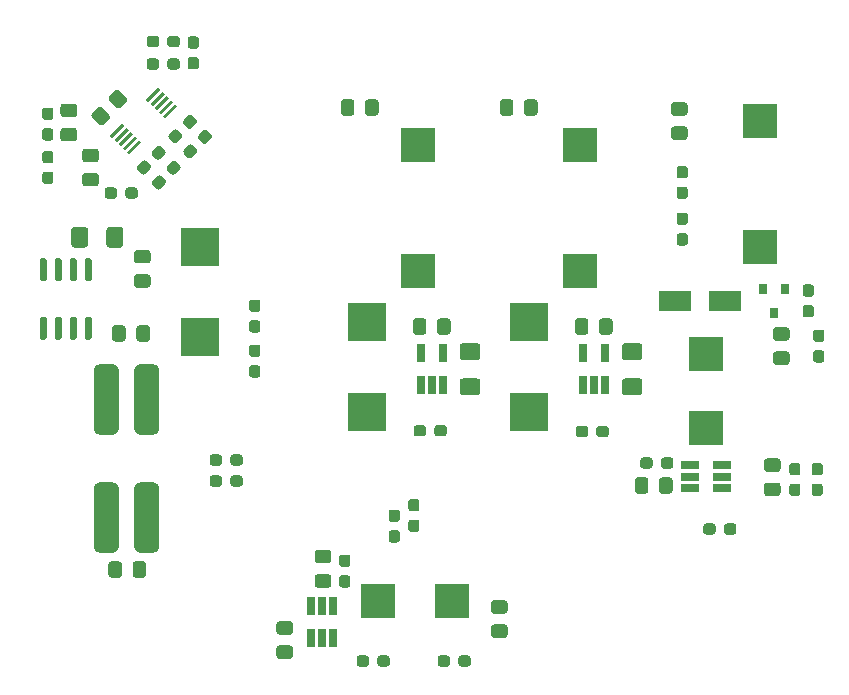
<source format=gbr>
%TF.GenerationSoftware,KiCad,Pcbnew,(5.1.6)-1*%
%TF.CreationDate,2020-11-03T02:47:29-08:00*%
%TF.ProjectId,Power Board V2,506f7765-7220-4426-9f61-72642056322e,rev?*%
%TF.SameCoordinates,Original*%
%TF.FileFunction,Paste,Top*%
%TF.FilePolarity,Positive*%
%FSLAX46Y46*%
G04 Gerber Fmt 4.6, Leading zero omitted, Abs format (unit mm)*
G04 Created by KiCad (PCBNEW (5.1.6)-1) date 2020-11-03 02:47:29*
%MOMM*%
%LPD*%
G01*
G04 APERTURE LIST*
%ADD10C,0.100000*%
%ADD11R,3.000000X3.000000*%
%ADD12R,3.300000X3.300000*%
%ADD13R,0.800000X0.900000*%
%ADD14R,1.560000X0.650000*%
%ADD15R,0.650000X1.560000*%
%ADD16R,2.700000X1.800000*%
G04 APERTURE END LIST*
%TO.C,R2*%
G36*
G01*
X110432001Y-85021000D02*
X109531999Y-85021000D01*
G75*
G02*
X109282000Y-84771001I0J249999D01*
G01*
X109282000Y-84120999D01*
G75*
G02*
X109531999Y-83871000I249999J0D01*
G01*
X110432001Y-83871000D01*
G75*
G02*
X110682000Y-84120999I0J-249999D01*
G01*
X110682000Y-84771001D01*
G75*
G02*
X110432001Y-85021000I-249999J0D01*
G01*
G37*
G36*
G01*
X110432001Y-87071000D02*
X109531999Y-87071000D01*
G75*
G02*
X109282000Y-86821001I0J249999D01*
G01*
X109282000Y-86170999D01*
G75*
G02*
X109531999Y-85921000I249999J0D01*
G01*
X110432001Y-85921000D01*
G75*
G02*
X110682000Y-86170999I0J-249999D01*
G01*
X110682000Y-86821001D01*
G75*
G02*
X110432001Y-87071000I-249999J0D01*
G01*
G37*
%TD*%
D10*
%TO.C,IC1*%
G36*
X118980115Y-83912109D02*
G01*
X119178104Y-84110098D01*
X118138657Y-85149545D01*
X117940668Y-84951556D01*
X118980115Y-83912109D01*
G37*
G36*
X118626562Y-83558556D02*
G01*
X118824551Y-83756545D01*
X117785104Y-84795992D01*
X117587115Y-84598003D01*
X118626562Y-83558556D01*
G37*
G36*
X118273009Y-83205002D02*
G01*
X118470998Y-83402991D01*
X117431551Y-84442438D01*
X117233562Y-84244449D01*
X118273009Y-83205002D01*
G37*
G36*
X117919455Y-82851449D02*
G01*
X118117444Y-83049438D01*
X117077997Y-84088885D01*
X116880008Y-83890896D01*
X117919455Y-82851449D01*
G37*
G36*
X117565902Y-82497896D02*
G01*
X117763891Y-82695885D01*
X116724444Y-83735332D01*
X116526455Y-83537343D01*
X117565902Y-82497896D01*
G37*
G36*
X114525343Y-85538455D02*
G01*
X114723332Y-85736444D01*
X113683885Y-86775891D01*
X113485896Y-86577902D01*
X114525343Y-85538455D01*
G37*
G36*
X114878896Y-85892008D02*
G01*
X115076885Y-86089997D01*
X114037438Y-87129444D01*
X113839449Y-86931455D01*
X114878896Y-85892008D01*
G37*
G36*
X115232449Y-86245562D02*
G01*
X115430438Y-86443551D01*
X114390991Y-87482998D01*
X114193002Y-87285009D01*
X115232449Y-86245562D01*
G37*
G36*
X115586003Y-86599115D02*
G01*
X115783992Y-86797104D01*
X114744545Y-87836551D01*
X114546556Y-87638562D01*
X115586003Y-86599115D01*
G37*
G36*
X115939556Y-86952668D02*
G01*
X116137545Y-87150657D01*
X115098098Y-88190104D01*
X114900109Y-87992115D01*
X115939556Y-86952668D01*
G37*
%TD*%
D11*
%TO.C,L2*%
X163957000Y-111354000D03*
X163957000Y-105054000D03*
%TD*%
%TO.C,L6*%
X142469000Y-125984000D03*
X136169000Y-125984000D03*
%TD*%
%TO.C,L3*%
X139509500Y-87360000D03*
X139509500Y-98060000D03*
%TD*%
%TO.C,L5*%
X153225500Y-87360000D03*
X153225500Y-98060000D03*
%TD*%
%TO.C,L4*%
X168529000Y-96028000D03*
X168529000Y-85328000D03*
%TD*%
%TO.C,R8*%
G36*
G01*
X120456011Y-84871913D02*
X120791887Y-85207789D01*
G75*
G02*
X120791887Y-85543665I-167938J-167938D01*
G01*
X120385301Y-85950251D01*
G75*
G02*
X120049425Y-85950251I-167938J167938D01*
G01*
X119713549Y-85614375D01*
G75*
G02*
X119713549Y-85278499I167938J167938D01*
G01*
X120120135Y-84871913D01*
G75*
G02*
X120456011Y-84871913I167938J-167938D01*
G01*
G37*
G36*
G01*
X119218575Y-86109349D02*
X119554451Y-86445225D01*
G75*
G02*
X119554451Y-86781101I-167938J-167938D01*
G01*
X119147865Y-87187687D01*
G75*
G02*
X118811989Y-87187687I-167938J167938D01*
G01*
X118476113Y-86851811D01*
G75*
G02*
X118476113Y-86515935I167938J167938D01*
G01*
X118882699Y-86109349D01*
G75*
G02*
X119218575Y-86109349I167938J-167938D01*
G01*
G37*
%TD*%
%TO.C,R3*%
G36*
G01*
X120760500Y-79228200D02*
X120285500Y-79228200D01*
G75*
G02*
X120048000Y-78990700I0J237500D01*
G01*
X120048000Y-78415700D01*
G75*
G02*
X120285500Y-78178200I237500J0D01*
G01*
X120760500Y-78178200D01*
G75*
G02*
X120998000Y-78415700I0J-237500D01*
G01*
X120998000Y-78990700D01*
G75*
G02*
X120760500Y-79228200I-237500J0D01*
G01*
G37*
G36*
G01*
X120760500Y-80978200D02*
X120285500Y-80978200D01*
G75*
G02*
X120048000Y-80740700I0J237500D01*
G01*
X120048000Y-80165700D01*
G75*
G02*
X120285500Y-79928200I237500J0D01*
G01*
X120760500Y-79928200D01*
G75*
G02*
X120998000Y-80165700I0J-237500D01*
G01*
X120998000Y-80740700D01*
G75*
G02*
X120760500Y-80978200I-237500J0D01*
G01*
G37*
%TD*%
%TO.C,C8*%
G36*
G01*
X108441500Y-85248000D02*
X107966500Y-85248000D01*
G75*
G02*
X107729000Y-85010500I0J237500D01*
G01*
X107729000Y-84435500D01*
G75*
G02*
X107966500Y-84198000I237500J0D01*
G01*
X108441500Y-84198000D01*
G75*
G02*
X108679000Y-84435500I0J-237500D01*
G01*
X108679000Y-85010500D01*
G75*
G02*
X108441500Y-85248000I-237500J0D01*
G01*
G37*
G36*
G01*
X108441500Y-86998000D02*
X107966500Y-86998000D01*
G75*
G02*
X107729000Y-86760500I0J237500D01*
G01*
X107729000Y-86185500D01*
G75*
G02*
X107966500Y-85948000I237500J0D01*
G01*
X108441500Y-85948000D01*
G75*
G02*
X108679000Y-86185500I0J-237500D01*
G01*
X108679000Y-86760500D01*
G75*
G02*
X108441500Y-86998000I-237500J0D01*
G01*
G37*
%TD*%
%TO.C,R5*%
G36*
G01*
X108441500Y-88931000D02*
X107966500Y-88931000D01*
G75*
G02*
X107729000Y-88693500I0J237500D01*
G01*
X107729000Y-88118500D01*
G75*
G02*
X107966500Y-87881000I237500J0D01*
G01*
X108441500Y-87881000D01*
G75*
G02*
X108679000Y-88118500I0J-237500D01*
G01*
X108679000Y-88693500D01*
G75*
G02*
X108441500Y-88931000I-237500J0D01*
G01*
G37*
G36*
G01*
X108441500Y-90681000D02*
X107966500Y-90681000D01*
G75*
G02*
X107729000Y-90443500I0J237500D01*
G01*
X107729000Y-89868500D01*
G75*
G02*
X107966500Y-89631000I237500J0D01*
G01*
X108441500Y-89631000D01*
G75*
G02*
X108679000Y-89868500I0J-237500D01*
G01*
X108679000Y-90443500D01*
G75*
G02*
X108441500Y-90681000I-237500J0D01*
G01*
G37*
%TD*%
D12*
%TO.C,D1*%
X121094500Y-103622000D03*
X121094500Y-96022000D03*
%TD*%
%TO.C,D2*%
X135191500Y-102372000D03*
X135191500Y-109972000D03*
%TD*%
%TO.C,D4*%
X148907500Y-102372000D03*
X148907500Y-109972000D03*
%TD*%
%TO.C,L1*%
G36*
G01*
X112081500Y-121381500D02*
X112081500Y-116456500D01*
G75*
G02*
X112619000Y-115919000I537500J0D01*
G01*
X113694000Y-115919000D01*
G75*
G02*
X114231500Y-116456500I0J-537500D01*
G01*
X114231500Y-121381500D01*
G75*
G02*
X113694000Y-121919000I-537500J0D01*
G01*
X112619000Y-121919000D01*
G75*
G02*
X112081500Y-121381500I0J537500D01*
G01*
G37*
G36*
G01*
X115511500Y-121381500D02*
X115511500Y-116456500D01*
G75*
G02*
X116049000Y-115919000I537500J0D01*
G01*
X117124000Y-115919000D01*
G75*
G02*
X117661500Y-116456500I0J-537500D01*
G01*
X117661500Y-121381500D01*
G75*
G02*
X117124000Y-121919000I-537500J0D01*
G01*
X116049000Y-121919000D01*
G75*
G02*
X115511500Y-121381500I0J537500D01*
G01*
G37*
G36*
G01*
X115511500Y-111381500D02*
X115511500Y-106456500D01*
G75*
G02*
X116049000Y-105919000I537500J0D01*
G01*
X117124000Y-105919000D01*
G75*
G02*
X117661500Y-106456500I0J-537500D01*
G01*
X117661500Y-111381500D01*
G75*
G02*
X117124000Y-111919000I-537500J0D01*
G01*
X116049000Y-111919000D01*
G75*
G02*
X115511500Y-111381500I0J537500D01*
G01*
G37*
G36*
G01*
X112081500Y-111381500D02*
X112081500Y-106456500D01*
G75*
G02*
X112619000Y-105919000I537500J0D01*
G01*
X113694000Y-105919000D01*
G75*
G02*
X114231500Y-106456500I0J-537500D01*
G01*
X114231500Y-111381500D01*
G75*
G02*
X113694000Y-111919000I-537500J0D01*
G01*
X112619000Y-111919000D01*
G75*
G02*
X112081500Y-111381500I0J537500D01*
G01*
G37*
%TD*%
%TO.C,R1*%
G36*
G01*
X112273501Y-90881000D02*
X111373499Y-90881000D01*
G75*
G02*
X111123500Y-90631001I0J249999D01*
G01*
X111123500Y-89980999D01*
G75*
G02*
X111373499Y-89731000I249999J0D01*
G01*
X112273501Y-89731000D01*
G75*
G02*
X112523500Y-89980999I0J-249999D01*
G01*
X112523500Y-90631001D01*
G75*
G02*
X112273501Y-90881000I-249999J0D01*
G01*
G37*
G36*
G01*
X112273501Y-88831000D02*
X111373499Y-88831000D01*
G75*
G02*
X111123500Y-88581001I0J249999D01*
G01*
X111123500Y-87930999D01*
G75*
G02*
X111373499Y-87681000I249999J0D01*
G01*
X112273501Y-87681000D01*
G75*
G02*
X112523500Y-87930999I0J-249999D01*
G01*
X112523500Y-88581001D01*
G75*
G02*
X112273501Y-88831000I-249999J0D01*
G01*
G37*
%TD*%
%TO.C,Q2*%
G36*
G01*
X111483000Y-96943500D02*
X111783000Y-96943500D01*
G75*
G02*
X111933000Y-97093500I0J-150000D01*
G01*
X111933000Y-98743500D01*
G75*
G02*
X111783000Y-98893500I-150000J0D01*
G01*
X111483000Y-98893500D01*
G75*
G02*
X111333000Y-98743500I0J150000D01*
G01*
X111333000Y-97093500D01*
G75*
G02*
X111483000Y-96943500I150000J0D01*
G01*
G37*
G36*
G01*
X110213000Y-96943500D02*
X110513000Y-96943500D01*
G75*
G02*
X110663000Y-97093500I0J-150000D01*
G01*
X110663000Y-98743500D01*
G75*
G02*
X110513000Y-98893500I-150000J0D01*
G01*
X110213000Y-98893500D01*
G75*
G02*
X110063000Y-98743500I0J150000D01*
G01*
X110063000Y-97093500D01*
G75*
G02*
X110213000Y-96943500I150000J0D01*
G01*
G37*
G36*
G01*
X108943000Y-96943500D02*
X109243000Y-96943500D01*
G75*
G02*
X109393000Y-97093500I0J-150000D01*
G01*
X109393000Y-98743500D01*
G75*
G02*
X109243000Y-98893500I-150000J0D01*
G01*
X108943000Y-98893500D01*
G75*
G02*
X108793000Y-98743500I0J150000D01*
G01*
X108793000Y-97093500D01*
G75*
G02*
X108943000Y-96943500I150000J0D01*
G01*
G37*
G36*
G01*
X107673000Y-96943500D02*
X107973000Y-96943500D01*
G75*
G02*
X108123000Y-97093500I0J-150000D01*
G01*
X108123000Y-98743500D01*
G75*
G02*
X107973000Y-98893500I-150000J0D01*
G01*
X107673000Y-98893500D01*
G75*
G02*
X107523000Y-98743500I0J150000D01*
G01*
X107523000Y-97093500D01*
G75*
G02*
X107673000Y-96943500I150000J0D01*
G01*
G37*
G36*
G01*
X107673000Y-101893500D02*
X107973000Y-101893500D01*
G75*
G02*
X108123000Y-102043500I0J-150000D01*
G01*
X108123000Y-103693500D01*
G75*
G02*
X107973000Y-103843500I-150000J0D01*
G01*
X107673000Y-103843500D01*
G75*
G02*
X107523000Y-103693500I0J150000D01*
G01*
X107523000Y-102043500D01*
G75*
G02*
X107673000Y-101893500I150000J0D01*
G01*
G37*
G36*
G01*
X108943000Y-101893500D02*
X109243000Y-101893500D01*
G75*
G02*
X109393000Y-102043500I0J-150000D01*
G01*
X109393000Y-103693500D01*
G75*
G02*
X109243000Y-103843500I-150000J0D01*
G01*
X108943000Y-103843500D01*
G75*
G02*
X108793000Y-103693500I0J150000D01*
G01*
X108793000Y-102043500D01*
G75*
G02*
X108943000Y-101893500I150000J0D01*
G01*
G37*
G36*
G01*
X110213000Y-101893500D02*
X110513000Y-101893500D01*
G75*
G02*
X110663000Y-102043500I0J-150000D01*
G01*
X110663000Y-103693500D01*
G75*
G02*
X110513000Y-103843500I-150000J0D01*
G01*
X110213000Y-103843500D01*
G75*
G02*
X110063000Y-103693500I0J150000D01*
G01*
X110063000Y-102043500D01*
G75*
G02*
X110213000Y-101893500I150000J0D01*
G01*
G37*
G36*
G01*
X111483000Y-101893500D02*
X111783000Y-101893500D01*
G75*
G02*
X111933000Y-102043500I0J-150000D01*
G01*
X111933000Y-103693500D01*
G75*
G02*
X111783000Y-103843500I-150000J0D01*
G01*
X111483000Y-103843500D01*
G75*
G02*
X111333000Y-103693500I0J150000D01*
G01*
X111333000Y-102043500D01*
G75*
G02*
X111483000Y-101893500I150000J0D01*
G01*
G37*
%TD*%
%TO.C,R7*%
G36*
G01*
X121319425Y-87220251D02*
X120983549Y-86884375D01*
G75*
G02*
X120983549Y-86548499I167938J167938D01*
G01*
X121390135Y-86141913D01*
G75*
G02*
X121726011Y-86141913I167938J-167938D01*
G01*
X122061887Y-86477789D01*
G75*
G02*
X122061887Y-86813665I-167938J-167938D01*
G01*
X121655301Y-87220251D01*
G75*
G02*
X121319425Y-87220251I-167938J167938D01*
G01*
G37*
G36*
G01*
X120081989Y-88457687D02*
X119746113Y-88121811D01*
G75*
G02*
X119746113Y-87785935I167938J167938D01*
G01*
X120152699Y-87379349D01*
G75*
G02*
X120488575Y-87379349I167938J-167938D01*
G01*
X120824451Y-87715225D01*
G75*
G02*
X120824451Y-88051101I-167938J-167938D01*
G01*
X120417865Y-88457687D01*
G75*
G02*
X120081989Y-88457687I-167938J167938D01*
G01*
G37*
%TD*%
%TO.C,C3*%
G36*
G01*
X117633000Y-78375500D02*
X117633000Y-78850500D01*
G75*
G02*
X117395500Y-79088000I-237500J0D01*
G01*
X116820500Y-79088000D01*
G75*
G02*
X116583000Y-78850500I0J237500D01*
G01*
X116583000Y-78375500D01*
G75*
G02*
X116820500Y-78138000I237500J0D01*
G01*
X117395500Y-78138000D01*
G75*
G02*
X117633000Y-78375500I0J-237500D01*
G01*
G37*
G36*
G01*
X119383000Y-78375500D02*
X119383000Y-78850500D01*
G75*
G02*
X119145500Y-79088000I-237500J0D01*
G01*
X118570500Y-79088000D01*
G75*
G02*
X118333000Y-78850500I0J237500D01*
G01*
X118333000Y-78375500D01*
G75*
G02*
X118570500Y-78138000I237500J0D01*
G01*
X119145500Y-78138000D01*
G75*
G02*
X119383000Y-78375500I0J-237500D01*
G01*
G37*
%TD*%
%TO.C,C4*%
G36*
G01*
X119383000Y-80280500D02*
X119383000Y-80755500D01*
G75*
G02*
X119145500Y-80993000I-237500J0D01*
G01*
X118570500Y-80993000D01*
G75*
G02*
X118333000Y-80755500I0J237500D01*
G01*
X118333000Y-80280500D01*
G75*
G02*
X118570500Y-80043000I237500J0D01*
G01*
X119145500Y-80043000D01*
G75*
G02*
X119383000Y-80280500I0J-237500D01*
G01*
G37*
G36*
G01*
X117633000Y-80280500D02*
X117633000Y-80755500D01*
G75*
G02*
X117395500Y-80993000I-237500J0D01*
G01*
X116820500Y-80993000D01*
G75*
G02*
X116583000Y-80755500I0J237500D01*
G01*
X116583000Y-80280500D01*
G75*
G02*
X116820500Y-80043000I237500J0D01*
G01*
X117395500Y-80043000D01*
G75*
G02*
X117633000Y-80280500I0J-237500D01*
G01*
G37*
%TD*%
%TO.C,C5*%
G36*
G01*
X117414989Y-91073887D02*
X117079113Y-90738011D01*
G75*
G02*
X117079113Y-90402135I167938J167938D01*
G01*
X117485699Y-89995549D01*
G75*
G02*
X117821575Y-89995549I167938J-167938D01*
G01*
X118157451Y-90331425D01*
G75*
G02*
X118157451Y-90667301I-167938J-167938D01*
G01*
X117750865Y-91073887D01*
G75*
G02*
X117414989Y-91073887I-167938J167938D01*
G01*
G37*
G36*
G01*
X118652425Y-89836451D02*
X118316549Y-89500575D01*
G75*
G02*
X118316549Y-89164699I167938J167938D01*
G01*
X118723135Y-88758113D01*
G75*
G02*
X119059011Y-88758113I167938J-167938D01*
G01*
X119394887Y-89093989D01*
G75*
G02*
X119394887Y-89429865I-167938J-167938D01*
G01*
X118988301Y-89836451D01*
G75*
G02*
X118652425Y-89836451I-167938J167938D01*
G01*
G37*
%TD*%
%TO.C,C7*%
G36*
G01*
X117382425Y-88566451D02*
X117046549Y-88230575D01*
G75*
G02*
X117046549Y-87894699I167938J167938D01*
G01*
X117453135Y-87488113D01*
G75*
G02*
X117789011Y-87488113I167938J-167938D01*
G01*
X118124887Y-87823989D01*
G75*
G02*
X118124887Y-88159865I-167938J-167938D01*
G01*
X117718301Y-88566451D01*
G75*
G02*
X117382425Y-88566451I-167938J167938D01*
G01*
G37*
G36*
G01*
X116144989Y-89803887D02*
X115809113Y-89468011D01*
G75*
G02*
X115809113Y-89132135I167938J167938D01*
G01*
X116215699Y-88725549D01*
G75*
G02*
X116551575Y-88725549I167938J-167938D01*
G01*
X116887451Y-89061425D01*
G75*
G02*
X116887451Y-89397301I-167938J-167938D01*
G01*
X116480865Y-89803887D01*
G75*
G02*
X116144989Y-89803887I-167938J167938D01*
G01*
G37*
%TD*%
%TO.C,C9*%
G36*
G01*
X116655001Y-99453500D02*
X115754999Y-99453500D01*
G75*
G02*
X115505000Y-99203501I0J249999D01*
G01*
X115505000Y-98553499D01*
G75*
G02*
X115754999Y-98303500I249999J0D01*
G01*
X116655001Y-98303500D01*
G75*
G02*
X116905000Y-98553499I0J-249999D01*
G01*
X116905000Y-99203501D01*
G75*
G02*
X116655001Y-99453500I-249999J0D01*
G01*
G37*
G36*
G01*
X116655001Y-97403500D02*
X115754999Y-97403500D01*
G75*
G02*
X115505000Y-97153501I0J249999D01*
G01*
X115505000Y-96503499D01*
G75*
G02*
X115754999Y-96253500I249999J0D01*
G01*
X116655001Y-96253500D01*
G75*
G02*
X116905000Y-96503499I0J-249999D01*
G01*
X116905000Y-97153501D01*
G75*
G02*
X116655001Y-97403500I-249999J0D01*
G01*
G37*
%TD*%
%TO.C,C12*%
G36*
G01*
X159062000Y-115754999D02*
X159062000Y-116655001D01*
G75*
G02*
X158812001Y-116905000I-249999J0D01*
G01*
X158161999Y-116905000D01*
G75*
G02*
X157912000Y-116655001I0J249999D01*
G01*
X157912000Y-115754999D01*
G75*
G02*
X158161999Y-115505000I249999J0D01*
G01*
X158812001Y-115505000D01*
G75*
G02*
X159062000Y-115754999I0J-249999D01*
G01*
G37*
G36*
G01*
X161112000Y-115754999D02*
X161112000Y-116655001D01*
G75*
G02*
X160862001Y-116905000I-249999J0D01*
G01*
X160211999Y-116905000D01*
G75*
G02*
X159962000Y-116655001I0J249999D01*
G01*
X159962000Y-115754999D01*
G75*
G02*
X160211999Y-115505000I249999J0D01*
G01*
X160862001Y-115505000D01*
G75*
G02*
X161112000Y-115754999I0J-249999D01*
G01*
G37*
%TD*%
%TO.C,C13*%
G36*
G01*
X169995001Y-117106500D02*
X169094999Y-117106500D01*
G75*
G02*
X168845000Y-116856501I0J249999D01*
G01*
X168845000Y-116206499D01*
G75*
G02*
X169094999Y-115956500I249999J0D01*
G01*
X169995001Y-115956500D01*
G75*
G02*
X170245000Y-116206499I0J-249999D01*
G01*
X170245000Y-116856501D01*
G75*
G02*
X169995001Y-117106500I-249999J0D01*
G01*
G37*
G36*
G01*
X169995001Y-115056500D02*
X169094999Y-115056500D01*
G75*
G02*
X168845000Y-114806501I0J249999D01*
G01*
X168845000Y-114156499D01*
G75*
G02*
X169094999Y-113906500I249999J0D01*
G01*
X169995001Y-113906500D01*
G75*
G02*
X170245000Y-114156499I0J-249999D01*
G01*
X170245000Y-114806501D01*
G75*
G02*
X169995001Y-115056500I-249999J0D01*
G01*
G37*
%TD*%
%TO.C,C14*%
G36*
G01*
X169856999Y-102794000D02*
X170757001Y-102794000D01*
G75*
G02*
X171007000Y-103043999I0J-249999D01*
G01*
X171007000Y-103694001D01*
G75*
G02*
X170757001Y-103944000I-249999J0D01*
G01*
X169856999Y-103944000D01*
G75*
G02*
X169607000Y-103694001I0J249999D01*
G01*
X169607000Y-103043999D01*
G75*
G02*
X169856999Y-102794000I249999J0D01*
G01*
G37*
G36*
G01*
X169856999Y-104844000D02*
X170757001Y-104844000D01*
G75*
G02*
X171007000Y-105093999I0J-249999D01*
G01*
X171007000Y-105744001D01*
G75*
G02*
X170757001Y-105994000I-249999J0D01*
G01*
X169856999Y-105994000D01*
G75*
G02*
X169607000Y-105744001I0J249999D01*
G01*
X169607000Y-105093999D01*
G75*
G02*
X169856999Y-104844000I249999J0D01*
G01*
G37*
%TD*%
%TO.C,C15*%
G36*
G01*
X141166000Y-103193001D02*
X141166000Y-102292999D01*
G75*
G02*
X141415999Y-102043000I249999J0D01*
G01*
X142066001Y-102043000D01*
G75*
G02*
X142316000Y-102292999I0J-249999D01*
G01*
X142316000Y-103193001D01*
G75*
G02*
X142066001Y-103443000I-249999J0D01*
G01*
X141415999Y-103443000D01*
G75*
G02*
X141166000Y-103193001I0J249999D01*
G01*
G37*
G36*
G01*
X139116000Y-103193001D02*
X139116000Y-102292999D01*
G75*
G02*
X139365999Y-102043000I249999J0D01*
G01*
X140016001Y-102043000D01*
G75*
G02*
X140266000Y-102292999I0J-249999D01*
G01*
X140266000Y-103193001D01*
G75*
G02*
X140016001Y-103443000I-249999J0D01*
G01*
X139365999Y-103443000D01*
G75*
G02*
X139116000Y-103193001I0J249999D01*
G01*
G37*
%TD*%
%TO.C,C16*%
G36*
G01*
X136220000Y-83750999D02*
X136220000Y-84651001D01*
G75*
G02*
X135970001Y-84901000I-249999J0D01*
G01*
X135319999Y-84901000D01*
G75*
G02*
X135070000Y-84651001I0J249999D01*
G01*
X135070000Y-83750999D01*
G75*
G02*
X135319999Y-83501000I249999J0D01*
G01*
X135970001Y-83501000D01*
G75*
G02*
X136220000Y-83750999I0J-249999D01*
G01*
G37*
G36*
G01*
X134170000Y-83750999D02*
X134170000Y-84651001D01*
G75*
G02*
X133920001Y-84901000I-249999J0D01*
G01*
X133269999Y-84901000D01*
G75*
G02*
X133020000Y-84651001I0J249999D01*
G01*
X133020000Y-83750999D01*
G75*
G02*
X133269999Y-83501000I249999J0D01*
G01*
X133920001Y-83501000D01*
G75*
G02*
X134170000Y-83750999I0J-249999D01*
G01*
G37*
%TD*%
%TO.C,C17*%
G36*
G01*
X161220999Y-83744000D02*
X162121001Y-83744000D01*
G75*
G02*
X162371000Y-83993999I0J-249999D01*
G01*
X162371000Y-84644001D01*
G75*
G02*
X162121001Y-84894000I-249999J0D01*
G01*
X161220999Y-84894000D01*
G75*
G02*
X160971000Y-84644001I0J249999D01*
G01*
X160971000Y-83993999D01*
G75*
G02*
X161220999Y-83744000I249999J0D01*
G01*
G37*
G36*
G01*
X161220999Y-85794000D02*
X162121001Y-85794000D01*
G75*
G02*
X162371000Y-86043999I0J-249999D01*
G01*
X162371000Y-86694001D01*
G75*
G02*
X162121001Y-86944000I-249999J0D01*
G01*
X161220999Y-86944000D01*
G75*
G02*
X160971000Y-86694001I0J249999D01*
G01*
X160971000Y-86043999D01*
G75*
G02*
X161220999Y-85794000I249999J0D01*
G01*
G37*
%TD*%
%TO.C,C18*%
G36*
G01*
X154882000Y-103193001D02*
X154882000Y-102292999D01*
G75*
G02*
X155131999Y-102043000I249999J0D01*
G01*
X155782001Y-102043000D01*
G75*
G02*
X156032000Y-102292999I0J-249999D01*
G01*
X156032000Y-103193001D01*
G75*
G02*
X155782001Y-103443000I-249999J0D01*
G01*
X155131999Y-103443000D01*
G75*
G02*
X154882000Y-103193001I0J249999D01*
G01*
G37*
G36*
G01*
X152832000Y-103193001D02*
X152832000Y-102292999D01*
G75*
G02*
X153081999Y-102043000I249999J0D01*
G01*
X153732001Y-102043000D01*
G75*
G02*
X153982000Y-102292999I0J-249999D01*
G01*
X153982000Y-103193001D01*
G75*
G02*
X153732001Y-103443000I-249999J0D01*
G01*
X153081999Y-103443000D01*
G75*
G02*
X152832000Y-103193001I0J249999D01*
G01*
G37*
%TD*%
%TO.C,C19*%
G36*
G01*
X149682000Y-83750999D02*
X149682000Y-84651001D01*
G75*
G02*
X149432001Y-84901000I-249999J0D01*
G01*
X148781999Y-84901000D01*
G75*
G02*
X148532000Y-84651001I0J249999D01*
G01*
X148532000Y-83750999D01*
G75*
G02*
X148781999Y-83501000I249999J0D01*
G01*
X149432001Y-83501000D01*
G75*
G02*
X149682000Y-83750999I0J-249999D01*
G01*
G37*
G36*
G01*
X147632000Y-83750999D02*
X147632000Y-84651001D01*
G75*
G02*
X147382001Y-84901000I-249999J0D01*
G01*
X146731999Y-84901000D01*
G75*
G02*
X146482000Y-84651001I0J249999D01*
G01*
X146482000Y-83750999D01*
G75*
G02*
X146731999Y-83501000I249999J0D01*
G01*
X147382001Y-83501000D01*
G75*
G02*
X147632000Y-83750999I0J-249999D01*
G01*
G37*
%TD*%
%TO.C,C20*%
G36*
G01*
X131958501Y-122803500D02*
X131058499Y-122803500D01*
G75*
G02*
X130808500Y-122553501I0J249999D01*
G01*
X130808500Y-121903499D01*
G75*
G02*
X131058499Y-121653500I249999J0D01*
G01*
X131958501Y-121653500D01*
G75*
G02*
X132208500Y-121903499I0J-249999D01*
G01*
X132208500Y-122553501D01*
G75*
G02*
X131958501Y-122803500I-249999J0D01*
G01*
G37*
G36*
G01*
X131958501Y-124853500D02*
X131058499Y-124853500D01*
G75*
G02*
X130808500Y-124603501I0J249999D01*
G01*
X130808500Y-123953499D01*
G75*
G02*
X131058499Y-123703500I249999J0D01*
G01*
X131958501Y-123703500D01*
G75*
G02*
X132208500Y-123953499I0J-249999D01*
G01*
X132208500Y-124603501D01*
G75*
G02*
X131958501Y-124853500I-249999J0D01*
G01*
G37*
%TD*%
%TO.C,C21*%
G36*
G01*
X128720001Y-130886000D02*
X127819999Y-130886000D01*
G75*
G02*
X127570000Y-130636001I0J249999D01*
G01*
X127570000Y-129985999D01*
G75*
G02*
X127819999Y-129736000I249999J0D01*
G01*
X128720001Y-129736000D01*
G75*
G02*
X128970000Y-129985999I0J-249999D01*
G01*
X128970000Y-130636001D01*
G75*
G02*
X128720001Y-130886000I-249999J0D01*
G01*
G37*
G36*
G01*
X128720001Y-128836000D02*
X127819999Y-128836000D01*
G75*
G02*
X127570000Y-128586001I0J249999D01*
G01*
X127570000Y-127935999D01*
G75*
G02*
X127819999Y-127686000I249999J0D01*
G01*
X128720001Y-127686000D01*
G75*
G02*
X128970000Y-127935999I0J-249999D01*
G01*
X128970000Y-128586001D01*
G75*
G02*
X128720001Y-128836000I-249999J0D01*
G01*
G37*
%TD*%
%TO.C,C22*%
G36*
G01*
X145980999Y-127958000D02*
X146881001Y-127958000D01*
G75*
G02*
X147131000Y-128207999I0J-249999D01*
G01*
X147131000Y-128858001D01*
G75*
G02*
X146881001Y-129108000I-249999J0D01*
G01*
X145980999Y-129108000D01*
G75*
G02*
X145731000Y-128858001I0J249999D01*
G01*
X145731000Y-128207999D01*
G75*
G02*
X145980999Y-127958000I249999J0D01*
G01*
G37*
G36*
G01*
X145980999Y-125908000D02*
X146881001Y-125908000D01*
G75*
G02*
X147131000Y-126157999I0J-249999D01*
G01*
X147131000Y-126808001D01*
G75*
G02*
X146881001Y-127058000I-249999J0D01*
G01*
X145980999Y-127058000D01*
G75*
G02*
X145731000Y-126808001I0J249999D01*
G01*
X145731000Y-126157999D01*
G75*
G02*
X145980999Y-125908000I249999J0D01*
G01*
G37*
%TD*%
D13*
%TO.C,Q4*%
X170622000Y-99584000D03*
X168722000Y-99584000D03*
X169672000Y-101584000D03*
%TD*%
%TO.C,R4*%
G36*
G01*
X112597828Y-85650569D02*
X111961431Y-85014172D01*
G75*
G02*
X111961431Y-84660620I176776J176776D01*
G01*
X112421052Y-84200999D01*
G75*
G02*
X112774604Y-84200999I176776J-176776D01*
G01*
X113411001Y-84837396D01*
G75*
G02*
X113411001Y-85190948I-176776J-176776D01*
G01*
X112951380Y-85650569D01*
G75*
G02*
X112597828Y-85650569I-176776J176776D01*
G01*
G37*
G36*
G01*
X114047396Y-84201001D02*
X113410999Y-83564604D01*
G75*
G02*
X113410999Y-83211052I176776J176776D01*
G01*
X113870620Y-82751431D01*
G75*
G02*
X114224172Y-82751431I176776J-176776D01*
G01*
X114860569Y-83387828D01*
G75*
G02*
X114860569Y-83741380I-176776J-176776D01*
G01*
X114400948Y-84201001D01*
G75*
G02*
X114047396Y-84201001I-176776J176776D01*
G01*
G37*
%TD*%
%TO.C,R6*%
G36*
G01*
X110195000Y-95811500D02*
X110195000Y-94561500D01*
G75*
G02*
X110445000Y-94311500I250000J0D01*
G01*
X111370000Y-94311500D01*
G75*
G02*
X111620000Y-94561500I0J-250000D01*
G01*
X111620000Y-95811500D01*
G75*
G02*
X111370000Y-96061500I-250000J0D01*
G01*
X110445000Y-96061500D01*
G75*
G02*
X110195000Y-95811500I0J250000D01*
G01*
G37*
G36*
G01*
X113170000Y-95811500D02*
X113170000Y-94561500D01*
G75*
G02*
X113420000Y-94311500I250000J0D01*
G01*
X114345000Y-94311500D01*
G75*
G02*
X114595000Y-94561500I0J-250000D01*
G01*
X114595000Y-95811500D01*
G75*
G02*
X114345000Y-96061500I-250000J0D01*
G01*
X113420000Y-96061500D01*
G75*
G02*
X113170000Y-95811500I0J250000D01*
G01*
G37*
%TD*%
%TO.C,R10*%
G36*
G01*
X144021000Y-130826500D02*
X144021000Y-131301500D01*
G75*
G02*
X143783500Y-131539000I-237500J0D01*
G01*
X143208500Y-131539000D01*
G75*
G02*
X142971000Y-131301500I0J237500D01*
G01*
X142971000Y-130826500D01*
G75*
G02*
X143208500Y-130589000I237500J0D01*
G01*
X143783500Y-130589000D01*
G75*
G02*
X144021000Y-130826500I0J-237500D01*
G01*
G37*
G36*
G01*
X142271000Y-130826500D02*
X142271000Y-131301500D01*
G75*
G02*
X142033500Y-131539000I-237500J0D01*
G01*
X141458500Y-131539000D01*
G75*
G02*
X141221000Y-131301500I0J237500D01*
G01*
X141221000Y-130826500D01*
G75*
G02*
X141458500Y-130589000I237500J0D01*
G01*
X142033500Y-130589000D01*
G75*
G02*
X142271000Y-130826500I0J-237500D01*
G01*
G37*
%TD*%
%TO.C,R11*%
G36*
G01*
X136113000Y-131301500D02*
X136113000Y-130826500D01*
G75*
G02*
X136350500Y-130589000I237500J0D01*
G01*
X136925500Y-130589000D01*
G75*
G02*
X137163000Y-130826500I0J-237500D01*
G01*
X137163000Y-131301500D01*
G75*
G02*
X136925500Y-131539000I-237500J0D01*
G01*
X136350500Y-131539000D01*
G75*
G02*
X136113000Y-131301500I0J237500D01*
G01*
G37*
G36*
G01*
X134363000Y-131301500D02*
X134363000Y-130826500D01*
G75*
G02*
X134600500Y-130589000I237500J0D01*
G01*
X135175500Y-130589000D01*
G75*
G02*
X135413000Y-130826500I0J-237500D01*
G01*
X135413000Y-131301500D01*
G75*
G02*
X135175500Y-131539000I-237500J0D01*
G01*
X134600500Y-131539000D01*
G75*
G02*
X134363000Y-131301500I0J237500D01*
G01*
G37*
%TD*%
%TO.C,R12*%
G36*
G01*
X171212500Y-116047000D02*
X171687500Y-116047000D01*
G75*
G02*
X171925000Y-116284500I0J-237500D01*
G01*
X171925000Y-116859500D01*
G75*
G02*
X171687500Y-117097000I-237500J0D01*
G01*
X171212500Y-117097000D01*
G75*
G02*
X170975000Y-116859500I0J237500D01*
G01*
X170975000Y-116284500D01*
G75*
G02*
X171212500Y-116047000I237500J0D01*
G01*
G37*
G36*
G01*
X171212500Y-114297000D02*
X171687500Y-114297000D01*
G75*
G02*
X171925000Y-114534500I0J-237500D01*
G01*
X171925000Y-115109500D01*
G75*
G02*
X171687500Y-115347000I-237500J0D01*
G01*
X171212500Y-115347000D01*
G75*
G02*
X170975000Y-115109500I0J237500D01*
G01*
X170975000Y-114534500D01*
G75*
G02*
X171212500Y-114297000I237500J0D01*
G01*
G37*
%TD*%
%TO.C,R13*%
G36*
G01*
X173592500Y-117097000D02*
X173117500Y-117097000D01*
G75*
G02*
X172880000Y-116859500I0J237500D01*
G01*
X172880000Y-116284500D01*
G75*
G02*
X173117500Y-116047000I237500J0D01*
G01*
X173592500Y-116047000D01*
G75*
G02*
X173830000Y-116284500I0J-237500D01*
G01*
X173830000Y-116859500D01*
G75*
G02*
X173592500Y-117097000I-237500J0D01*
G01*
G37*
G36*
G01*
X173592500Y-115347000D02*
X173117500Y-115347000D01*
G75*
G02*
X172880000Y-115109500I0J237500D01*
G01*
X172880000Y-114534500D01*
G75*
G02*
X173117500Y-114297000I237500J0D01*
G01*
X173592500Y-114297000D01*
G75*
G02*
X173830000Y-114534500I0J-237500D01*
G01*
X173830000Y-115109500D01*
G75*
G02*
X173592500Y-115347000I-237500J0D01*
G01*
G37*
%TD*%
%TO.C,R14*%
G36*
G01*
X140239000Y-111332000D02*
X140239000Y-111807000D01*
G75*
G02*
X140001500Y-112044500I-237500J0D01*
G01*
X139426500Y-112044500D01*
G75*
G02*
X139189000Y-111807000I0J237500D01*
G01*
X139189000Y-111332000D01*
G75*
G02*
X139426500Y-111094500I237500J0D01*
G01*
X140001500Y-111094500D01*
G75*
G02*
X140239000Y-111332000I0J-237500D01*
G01*
G37*
G36*
G01*
X141989000Y-111332000D02*
X141989000Y-111807000D01*
G75*
G02*
X141751500Y-112044500I-237500J0D01*
G01*
X141176500Y-112044500D01*
G75*
G02*
X140939000Y-111807000I0J237500D01*
G01*
X140939000Y-111332000D01*
G75*
G02*
X141176500Y-111094500I237500J0D01*
G01*
X141751500Y-111094500D01*
G75*
G02*
X141989000Y-111332000I0J-237500D01*
G01*
G37*
%TD*%
%TO.C,R15*%
G36*
G01*
X143329500Y-104162500D02*
X144579500Y-104162500D01*
G75*
G02*
X144829500Y-104412500I0J-250000D01*
G01*
X144829500Y-105337500D01*
G75*
G02*
X144579500Y-105587500I-250000J0D01*
G01*
X143329500Y-105587500D01*
G75*
G02*
X143079500Y-105337500I0J250000D01*
G01*
X143079500Y-104412500D01*
G75*
G02*
X143329500Y-104162500I250000J0D01*
G01*
G37*
G36*
G01*
X143329500Y-107137500D02*
X144579500Y-107137500D01*
G75*
G02*
X144829500Y-107387500I0J-250000D01*
G01*
X144829500Y-108312500D01*
G75*
G02*
X144579500Y-108562500I-250000J0D01*
G01*
X143329500Y-108562500D01*
G75*
G02*
X143079500Y-108312500I0J250000D01*
G01*
X143079500Y-107387500D01*
G75*
G02*
X143329500Y-107137500I250000J0D01*
G01*
G37*
%TD*%
%TO.C,R16*%
G36*
G01*
X172830500Y-101970000D02*
X172355500Y-101970000D01*
G75*
G02*
X172118000Y-101732500I0J237500D01*
G01*
X172118000Y-101157500D01*
G75*
G02*
X172355500Y-100920000I237500J0D01*
G01*
X172830500Y-100920000D01*
G75*
G02*
X173068000Y-101157500I0J-237500D01*
G01*
X173068000Y-101732500D01*
G75*
G02*
X172830500Y-101970000I-237500J0D01*
G01*
G37*
G36*
G01*
X172830500Y-100220000D02*
X172355500Y-100220000D01*
G75*
G02*
X172118000Y-99982500I0J237500D01*
G01*
X172118000Y-99407500D01*
G75*
G02*
X172355500Y-99170000I237500J0D01*
G01*
X172830500Y-99170000D01*
G75*
G02*
X173068000Y-99407500I0J-237500D01*
G01*
X173068000Y-99982500D01*
G75*
G02*
X172830500Y-100220000I-237500J0D01*
G01*
G37*
%TD*%
%TO.C,R17*%
G36*
G01*
X173719500Y-104044000D02*
X173244500Y-104044000D01*
G75*
G02*
X173007000Y-103806500I0J237500D01*
G01*
X173007000Y-103231500D01*
G75*
G02*
X173244500Y-102994000I237500J0D01*
G01*
X173719500Y-102994000D01*
G75*
G02*
X173957000Y-103231500I0J-237500D01*
G01*
X173957000Y-103806500D01*
G75*
G02*
X173719500Y-104044000I-237500J0D01*
G01*
G37*
G36*
G01*
X173719500Y-105794000D02*
X173244500Y-105794000D01*
G75*
G02*
X173007000Y-105556500I0J237500D01*
G01*
X173007000Y-104981500D01*
G75*
G02*
X173244500Y-104744000I237500J0D01*
G01*
X173719500Y-104744000D01*
G75*
G02*
X173957000Y-104981500I0J-237500D01*
G01*
X173957000Y-105556500D01*
G75*
G02*
X173719500Y-105794000I-237500J0D01*
G01*
G37*
%TD*%
%TO.C,R18*%
G36*
G01*
X161687500Y-90901000D02*
X162162500Y-90901000D01*
G75*
G02*
X162400000Y-91138500I0J-237500D01*
G01*
X162400000Y-91713500D01*
G75*
G02*
X162162500Y-91951000I-237500J0D01*
G01*
X161687500Y-91951000D01*
G75*
G02*
X161450000Y-91713500I0J237500D01*
G01*
X161450000Y-91138500D01*
G75*
G02*
X161687500Y-90901000I237500J0D01*
G01*
G37*
G36*
G01*
X161687500Y-89151000D02*
X162162500Y-89151000D01*
G75*
G02*
X162400000Y-89388500I0J-237500D01*
G01*
X162400000Y-89963500D01*
G75*
G02*
X162162500Y-90201000I-237500J0D01*
G01*
X161687500Y-90201000D01*
G75*
G02*
X161450000Y-89963500I0J237500D01*
G01*
X161450000Y-89388500D01*
G75*
G02*
X161687500Y-89151000I237500J0D01*
G01*
G37*
%TD*%
%TO.C,R19*%
G36*
G01*
X162162500Y-95888000D02*
X161687500Y-95888000D01*
G75*
G02*
X161450000Y-95650500I0J237500D01*
G01*
X161450000Y-95075500D01*
G75*
G02*
X161687500Y-94838000I237500J0D01*
G01*
X162162500Y-94838000D01*
G75*
G02*
X162400000Y-95075500I0J-237500D01*
G01*
X162400000Y-95650500D01*
G75*
G02*
X162162500Y-95888000I-237500J0D01*
G01*
G37*
G36*
G01*
X162162500Y-94138000D02*
X161687500Y-94138000D01*
G75*
G02*
X161450000Y-93900500I0J237500D01*
G01*
X161450000Y-93325500D01*
G75*
G02*
X161687500Y-93088000I237500J0D01*
G01*
X162162500Y-93088000D01*
G75*
G02*
X162400000Y-93325500I0J-237500D01*
G01*
X162400000Y-93900500D01*
G75*
G02*
X162162500Y-94138000I-237500J0D01*
G01*
G37*
%TD*%
%TO.C,R20*%
G36*
G01*
X155705000Y-111395500D02*
X155705000Y-111870500D01*
G75*
G02*
X155467500Y-112108000I-237500J0D01*
G01*
X154892500Y-112108000D01*
G75*
G02*
X154655000Y-111870500I0J237500D01*
G01*
X154655000Y-111395500D01*
G75*
G02*
X154892500Y-111158000I237500J0D01*
G01*
X155467500Y-111158000D01*
G75*
G02*
X155705000Y-111395500I0J-237500D01*
G01*
G37*
G36*
G01*
X153955000Y-111395500D02*
X153955000Y-111870500D01*
G75*
G02*
X153717500Y-112108000I-237500J0D01*
G01*
X153142500Y-112108000D01*
G75*
G02*
X152905000Y-111870500I0J237500D01*
G01*
X152905000Y-111395500D01*
G75*
G02*
X153142500Y-111158000I237500J0D01*
G01*
X153717500Y-111158000D01*
G75*
G02*
X153955000Y-111395500I0J-237500D01*
G01*
G37*
%TD*%
%TO.C,R21*%
G36*
G01*
X157058200Y-104162500D02*
X158308200Y-104162500D01*
G75*
G02*
X158558200Y-104412500I0J-250000D01*
G01*
X158558200Y-105337500D01*
G75*
G02*
X158308200Y-105587500I-250000J0D01*
G01*
X157058200Y-105587500D01*
G75*
G02*
X156808200Y-105337500I0J250000D01*
G01*
X156808200Y-104412500D01*
G75*
G02*
X157058200Y-104162500I250000J0D01*
G01*
G37*
G36*
G01*
X157058200Y-107137500D02*
X158308200Y-107137500D01*
G75*
G02*
X158558200Y-107387500I0J-250000D01*
G01*
X158558200Y-108312500D01*
G75*
G02*
X158308200Y-108562500I-250000J0D01*
G01*
X157058200Y-108562500D01*
G75*
G02*
X156808200Y-108312500I0J250000D01*
G01*
X156808200Y-107387500D01*
G75*
G02*
X157058200Y-107137500I250000J0D01*
G01*
G37*
%TD*%
D14*
%TO.C,U1*%
X165307000Y-116393000D03*
X165307000Y-115443000D03*
X165307000Y-114493000D03*
X162607000Y-114493000D03*
X162607000Y-116393000D03*
X162607000Y-115443000D03*
%TD*%
D15*
%TO.C,U2*%
X139766000Y-105012500D03*
X141666000Y-105012500D03*
X141666000Y-107712500D03*
X140716000Y-107712500D03*
X139766000Y-107712500D03*
%TD*%
%TO.C,U3*%
X153482000Y-107712500D03*
X154432000Y-107712500D03*
X155382000Y-107712500D03*
X155382000Y-105012500D03*
X153482000Y-105012500D03*
%TD*%
%TO.C,U4*%
X130495000Y-129112000D03*
X131445000Y-129112000D03*
X132395000Y-129112000D03*
X132395000Y-126412000D03*
X130495000Y-126412000D03*
X131445000Y-126412000D03*
%TD*%
%TO.C,C2*%
G36*
G01*
X114485000Y-122866999D02*
X114485000Y-123767001D01*
G75*
G02*
X114235001Y-124017000I-249999J0D01*
G01*
X113584999Y-124017000D01*
G75*
G02*
X113335000Y-123767001I0J249999D01*
G01*
X113335000Y-122866999D01*
G75*
G02*
X113584999Y-122617000I249999J0D01*
G01*
X114235001Y-122617000D01*
G75*
G02*
X114485000Y-122866999I0J-249999D01*
G01*
G37*
G36*
G01*
X116535000Y-122866999D02*
X116535000Y-123767001D01*
G75*
G02*
X116285001Y-124017000I-249999J0D01*
G01*
X115634999Y-124017000D01*
G75*
G02*
X115385000Y-123767001I0J249999D01*
G01*
X115385000Y-122866999D01*
G75*
G02*
X115634999Y-122617000I249999J0D01*
G01*
X116285001Y-122617000D01*
G75*
G02*
X116535000Y-122866999I0J-249999D01*
G01*
G37*
%TD*%
%TO.C,C6*%
G36*
G01*
X113652500Y-103777201D02*
X113652500Y-102877199D01*
G75*
G02*
X113902499Y-102627200I249999J0D01*
G01*
X114552501Y-102627200D01*
G75*
G02*
X114802500Y-102877199I0J-249999D01*
G01*
X114802500Y-103777201D01*
G75*
G02*
X114552501Y-104027200I-249999J0D01*
G01*
X113902499Y-104027200D01*
G75*
G02*
X113652500Y-103777201I0J249999D01*
G01*
G37*
G36*
G01*
X115702500Y-103777201D02*
X115702500Y-102877199D01*
G75*
G02*
X115952499Y-102627200I249999J0D01*
G01*
X116602501Y-102627200D01*
G75*
G02*
X116852500Y-102877199I0J-249999D01*
G01*
X116852500Y-103777201D01*
G75*
G02*
X116602501Y-104027200I-249999J0D01*
G01*
X115952499Y-104027200D01*
G75*
G02*
X115702500Y-103777201I0J249999D01*
G01*
G37*
%TD*%
%TO.C,R22*%
G36*
G01*
X123667000Y-116061500D02*
X123667000Y-115586500D01*
G75*
G02*
X123904500Y-115349000I237500J0D01*
G01*
X124479500Y-115349000D01*
G75*
G02*
X124717000Y-115586500I0J-237500D01*
G01*
X124717000Y-116061500D01*
G75*
G02*
X124479500Y-116299000I-237500J0D01*
G01*
X123904500Y-116299000D01*
G75*
G02*
X123667000Y-116061500I0J237500D01*
G01*
G37*
G36*
G01*
X121917000Y-116061500D02*
X121917000Y-115586500D01*
G75*
G02*
X122154500Y-115349000I237500J0D01*
G01*
X122729500Y-115349000D01*
G75*
G02*
X122967000Y-115586500I0J-237500D01*
G01*
X122967000Y-116061500D01*
G75*
G02*
X122729500Y-116299000I-237500J0D01*
G01*
X122154500Y-116299000D01*
G75*
G02*
X121917000Y-116061500I0J237500D01*
G01*
G37*
%TD*%
%TO.C,R23*%
G36*
G01*
X124717000Y-113808500D02*
X124717000Y-114283500D01*
G75*
G02*
X124479500Y-114521000I-237500J0D01*
G01*
X123904500Y-114521000D01*
G75*
G02*
X123667000Y-114283500I0J237500D01*
G01*
X123667000Y-113808500D01*
G75*
G02*
X123904500Y-113571000I237500J0D01*
G01*
X124479500Y-113571000D01*
G75*
G02*
X124717000Y-113808500I0J-237500D01*
G01*
G37*
G36*
G01*
X122967000Y-113808500D02*
X122967000Y-114283500D01*
G75*
G02*
X122729500Y-114521000I-237500J0D01*
G01*
X122154500Y-114521000D01*
G75*
G02*
X121917000Y-114283500I0J237500D01*
G01*
X121917000Y-113808500D01*
G75*
G02*
X122154500Y-113571000I237500J0D01*
G01*
X122729500Y-113571000D01*
G75*
G02*
X122967000Y-113808500I0J-237500D01*
G01*
G37*
%TD*%
%TO.C,R24*%
G36*
G01*
X125492500Y-102204000D02*
X125967500Y-102204000D01*
G75*
G02*
X126205000Y-102441500I0J-237500D01*
G01*
X126205000Y-103016500D01*
G75*
G02*
X125967500Y-103254000I-237500J0D01*
G01*
X125492500Y-103254000D01*
G75*
G02*
X125255000Y-103016500I0J237500D01*
G01*
X125255000Y-102441500D01*
G75*
G02*
X125492500Y-102204000I237500J0D01*
G01*
G37*
G36*
G01*
X125492500Y-100454000D02*
X125967500Y-100454000D01*
G75*
G02*
X126205000Y-100691500I0J-237500D01*
G01*
X126205000Y-101266500D01*
G75*
G02*
X125967500Y-101504000I-237500J0D01*
G01*
X125492500Y-101504000D01*
G75*
G02*
X125255000Y-101266500I0J237500D01*
G01*
X125255000Y-100691500D01*
G75*
G02*
X125492500Y-100454000I237500J0D01*
G01*
G37*
%TD*%
%TO.C,R25*%
G36*
G01*
X125492500Y-104264000D02*
X125967500Y-104264000D01*
G75*
G02*
X126205000Y-104501500I0J-237500D01*
G01*
X126205000Y-105076500D01*
G75*
G02*
X125967500Y-105314000I-237500J0D01*
G01*
X125492500Y-105314000D01*
G75*
G02*
X125255000Y-105076500I0J237500D01*
G01*
X125255000Y-104501500D01*
G75*
G02*
X125492500Y-104264000I237500J0D01*
G01*
G37*
G36*
G01*
X125492500Y-106014000D02*
X125967500Y-106014000D01*
G75*
G02*
X126205000Y-106251500I0J-237500D01*
G01*
X126205000Y-106826500D01*
G75*
G02*
X125967500Y-107064000I-237500J0D01*
G01*
X125492500Y-107064000D01*
G75*
G02*
X125255000Y-106826500I0J237500D01*
G01*
X125255000Y-106251500D01*
G75*
G02*
X125492500Y-106014000I237500J0D01*
G01*
G37*
%TD*%
D16*
%TO.C,D3*%
X165549000Y-100584000D03*
X161349000Y-100584000D03*
%TD*%
%TO.C,R26*%
G36*
G01*
X160116000Y-114537500D02*
X160116000Y-114062500D01*
G75*
G02*
X160353500Y-113825000I237500J0D01*
G01*
X160928500Y-113825000D01*
G75*
G02*
X161166000Y-114062500I0J-237500D01*
G01*
X161166000Y-114537500D01*
G75*
G02*
X160928500Y-114775000I-237500J0D01*
G01*
X160353500Y-114775000D01*
G75*
G02*
X160116000Y-114537500I0J237500D01*
G01*
G37*
G36*
G01*
X158366000Y-114537500D02*
X158366000Y-114062500D01*
G75*
G02*
X158603500Y-113825000I237500J0D01*
G01*
X159178500Y-113825000D01*
G75*
G02*
X159416000Y-114062500I0J-237500D01*
G01*
X159416000Y-114537500D01*
G75*
G02*
X159178500Y-114775000I-237500J0D01*
G01*
X158603500Y-114775000D01*
G75*
G02*
X158366000Y-114537500I0J237500D01*
G01*
G37*
%TD*%
%TO.C,R27*%
G36*
G01*
X133112500Y-122044000D02*
X133587500Y-122044000D01*
G75*
G02*
X133825000Y-122281500I0J-237500D01*
G01*
X133825000Y-122856500D01*
G75*
G02*
X133587500Y-123094000I-237500J0D01*
G01*
X133112500Y-123094000D01*
G75*
G02*
X132875000Y-122856500I0J237500D01*
G01*
X132875000Y-122281500D01*
G75*
G02*
X133112500Y-122044000I237500J0D01*
G01*
G37*
G36*
G01*
X133112500Y-123794000D02*
X133587500Y-123794000D01*
G75*
G02*
X133825000Y-124031500I0J-237500D01*
G01*
X133825000Y-124606500D01*
G75*
G02*
X133587500Y-124844000I-237500J0D01*
G01*
X133112500Y-124844000D01*
G75*
G02*
X132875000Y-124606500I0J237500D01*
G01*
X132875000Y-124031500D01*
G75*
G02*
X133112500Y-123794000I237500J0D01*
G01*
G37*
%TD*%
%TO.C,C10*%
G36*
G01*
X137303500Y-118234000D02*
X137778500Y-118234000D01*
G75*
G02*
X138016000Y-118471500I0J-237500D01*
G01*
X138016000Y-119046500D01*
G75*
G02*
X137778500Y-119284000I-237500J0D01*
G01*
X137303500Y-119284000D01*
G75*
G02*
X137066000Y-119046500I0J237500D01*
G01*
X137066000Y-118471500D01*
G75*
G02*
X137303500Y-118234000I237500J0D01*
G01*
G37*
G36*
G01*
X137303500Y-119984000D02*
X137778500Y-119984000D01*
G75*
G02*
X138016000Y-120221500I0J-237500D01*
G01*
X138016000Y-120796500D01*
G75*
G02*
X137778500Y-121034000I-237500J0D01*
G01*
X137303500Y-121034000D01*
G75*
G02*
X137066000Y-120796500I0J237500D01*
G01*
X137066000Y-120221500D01*
G75*
G02*
X137303500Y-119984000I237500J0D01*
G01*
G37*
%TD*%
%TO.C,C11*%
G36*
G01*
X138954500Y-119095000D02*
X139429500Y-119095000D01*
G75*
G02*
X139667000Y-119332500I0J-237500D01*
G01*
X139667000Y-119907500D01*
G75*
G02*
X139429500Y-120145000I-237500J0D01*
G01*
X138954500Y-120145000D01*
G75*
G02*
X138717000Y-119907500I0J237500D01*
G01*
X138717000Y-119332500D01*
G75*
G02*
X138954500Y-119095000I237500J0D01*
G01*
G37*
G36*
G01*
X138954500Y-117345000D02*
X139429500Y-117345000D01*
G75*
G02*
X139667000Y-117582500I0J-237500D01*
G01*
X139667000Y-118157500D01*
G75*
G02*
X139429500Y-118395000I-237500J0D01*
G01*
X138954500Y-118395000D01*
G75*
G02*
X138717000Y-118157500I0J237500D01*
G01*
X138717000Y-117582500D01*
G75*
G02*
X138954500Y-117345000I237500J0D01*
G01*
G37*
%TD*%
%TO.C,C24*%
G36*
G01*
X166500000Y-119650500D02*
X166500000Y-120125500D01*
G75*
G02*
X166262500Y-120363000I-237500J0D01*
G01*
X165687500Y-120363000D01*
G75*
G02*
X165450000Y-120125500I0J237500D01*
G01*
X165450000Y-119650500D01*
G75*
G02*
X165687500Y-119413000I237500J0D01*
G01*
X166262500Y-119413000D01*
G75*
G02*
X166500000Y-119650500I0J-237500D01*
G01*
G37*
G36*
G01*
X164750000Y-119650500D02*
X164750000Y-120125500D01*
G75*
G02*
X164512500Y-120363000I-237500J0D01*
G01*
X163937500Y-120363000D01*
G75*
G02*
X163700000Y-120125500I0J237500D01*
G01*
X163700000Y-119650500D01*
G75*
G02*
X163937500Y-119413000I237500J0D01*
G01*
X164512500Y-119413000D01*
G75*
G02*
X164750000Y-119650500I0J-237500D01*
G01*
G37*
%TD*%
%TO.C,R9*%
G36*
G01*
X113027000Y-91677500D02*
X113027000Y-91202500D01*
G75*
G02*
X113264500Y-90965000I237500J0D01*
G01*
X113839500Y-90965000D01*
G75*
G02*
X114077000Y-91202500I0J-237500D01*
G01*
X114077000Y-91677500D01*
G75*
G02*
X113839500Y-91915000I-237500J0D01*
G01*
X113264500Y-91915000D01*
G75*
G02*
X113027000Y-91677500I0J237500D01*
G01*
G37*
G36*
G01*
X114777000Y-91677500D02*
X114777000Y-91202500D01*
G75*
G02*
X115014500Y-90965000I237500J0D01*
G01*
X115589500Y-90965000D01*
G75*
G02*
X115827000Y-91202500I0J-237500D01*
G01*
X115827000Y-91677500D01*
G75*
G02*
X115589500Y-91915000I-237500J0D01*
G01*
X115014500Y-91915000D01*
G75*
G02*
X114777000Y-91677500I0J237500D01*
G01*
G37*
%TD*%
M02*

</source>
